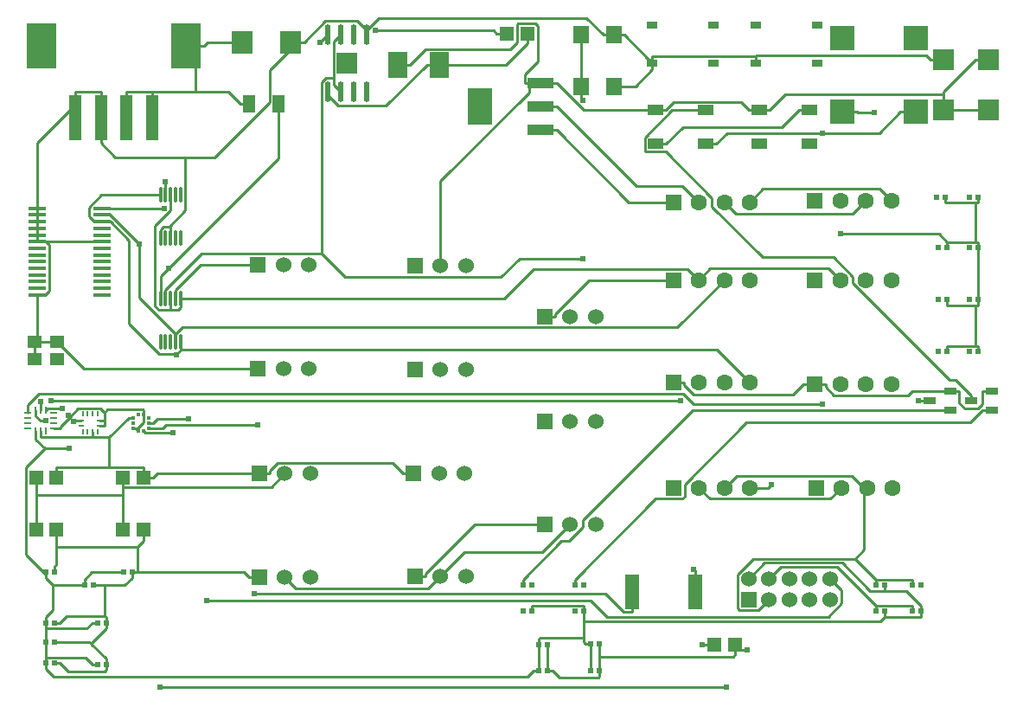
<source format=gtl>
G04 Layer: TopLayer*
G04 EasyEDA v6.5.51, 2026-01-30 13:44:17*
G04 92297e22193845c58655d16a6a8cf733,4a48564a065a4812aa16136ba7ac55d9,10*
G04 Gerber Generator version 0.2*
G04 Scale: 100 percent, Rotated: No, Reflected: No *
G04 Dimensions in millimeters *
G04 leading zeros omitted , absolute positions ,4 integer and 5 decimal *
%FSLAX45Y45*%
%MOMM*%

%AMMACRO1*21,1,$1,$2,0,0,$3*%
%ADD10C,0.2540*%
%ADD11R,2.4000X2.4000*%
%ADD12MACRO1,1.35X1.41X90.0000*%
%ADD13R,0.5000X0.5400*%
%ADD14MACRO1,1.728X1.485X90.0000*%
%ADD15R,1.3000X4.5000*%
%ADD16R,3.0000X4.5000*%
%ADD17R,0.0164X4.5000*%
%ADD18MACRO1,2.1924X2.0475X90.0000*%
%ADD19R,2.0000X2.0000*%
%ADD20MACRO1,1.5011X0.9982X0.0000*%
%ADD21MACRO1,1.4986X0.9982X0.0000*%
%ADD22R,1.2500X0.7000*%
%ADD23MACRO1,0.54X0.5656X90.0000*%
%ADD24MACRO1,3.456X1.2825X90.0000*%
%ADD25R,1.0000X0.7500*%
%ADD26O,1.8034X0.4064*%
%ADD27O,0.28001X1.620012*%
%ADD28R,0.6750X0.2800*%
%ADD29R,0.2800X0.6750*%
%ADD30R,0.5000X0.2800*%
%ADD31R,0.2800X0.5000*%
%ADD32R,0.3000X0.3000*%
%ADD33O,0.573989X2.037994*%
%ADD34MACRO1,2X2X90.0000*%
%ADD35R,2.5000X1.1000*%
%ADD36MACRO1,3.6X2.34X-90.0000*%
%ADD37R,1.1901X1.7280*%
%ADD38MACRO1,1.2X1.4X90.0000*%
%ADD39R,1.4000X1.2000*%
%ADD40MACRO1,1.2X1.4X-90.0000*%
%ADD41R,1.9000X2.5000*%
%ADD42C,1.6000*%
%ADD43R,1.6000X1.6000*%
%ADD44R,1.5240X1.5240*%
%ADD45C,1.5240*%
%ADD46C,0.6096*%

%LPD*%
D10*
X4228315Y13246884D02*
G01*
X4128315Y13246884D01*
X4178302Y13346884D02*
G01*
X4178302Y13296897D01*
X4128315Y13346884D02*
G01*
X4178302Y13346884D01*
X4178302Y13346884D02*
G01*
X4228315Y13346884D01*
X2434313Y11295707D02*
G01*
X3510003Y12371397D01*
X3510003Y12903197D01*
X2434313Y11295707D02*
G01*
X2351102Y11212497D01*
X2351102Y10993295D01*
X6970473Y8127997D02*
G01*
X6970473Y7927235D01*
X6970473Y7927235D02*
G01*
X6885790Y7927235D01*
X6707812Y8105213D01*
X3272640Y8105213D01*
X6408320Y8246463D02*
G01*
X7197778Y9035920D01*
X7463640Y9035920D01*
X7482613Y9054894D01*
X7482613Y9172724D01*
X8090816Y9780927D01*
X10279153Y9780927D01*
X10398127Y9899901D01*
X6408320Y8191497D02*
G01*
X6408320Y8246463D01*
X10488602Y9899901D02*
G01*
X10398127Y9899901D01*
X5900320Y8191497D02*
G01*
X5900320Y8246463D01*
X5900320Y8246463D02*
G01*
X6274716Y8620859D01*
X6348529Y8620859D01*
X6487670Y8760000D01*
X6487670Y8825710D01*
X7561861Y9899901D01*
X10082202Y9899901D01*
X1281254Y9998478D02*
G01*
X7442050Y9998478D01*
X1131089Y9843945D02*
G01*
X1173863Y9801171D01*
X1224688Y9801171D01*
X1131089Y9905641D02*
G01*
X1131089Y9843945D01*
X1391008Y9921491D02*
G01*
X1246939Y9921491D01*
X1231089Y9905641D01*
X8909052Y8253346D02*
G01*
X9019440Y8142958D01*
X9019440Y8013748D01*
X8887284Y7881592D01*
X6724246Y7881592D01*
X6565953Y8039884D01*
X2802892Y8039884D01*
X8833512Y9962614D02*
G01*
X7566510Y9962614D01*
X7464529Y10064595D01*
X1161468Y10064595D01*
X1054889Y9958016D01*
X1054889Y9879403D01*
X1181077Y9988064D02*
G01*
X1181077Y9905641D01*
X7891198Y7194623D02*
G01*
X2349756Y7194623D01*
X9710320Y8246463D02*
G01*
X9710193Y8246590D01*
X9354847Y8246590D01*
X9354720Y8246463D01*
X9354720Y8191497D02*
G01*
X9354720Y8246463D01*
X9710320Y8208871D02*
G01*
X9710320Y8246463D01*
X9710320Y8208871D02*
G01*
X9710320Y8191497D01*
X9256295Y11950697D02*
G01*
X9127060Y11821462D01*
X7988531Y11821462D01*
X7871995Y11937997D01*
X8308850Y8053448D02*
G01*
X8204558Y7949156D01*
X8019138Y7949156D01*
X7999961Y7968333D01*
X7999961Y8296856D01*
X8153859Y8450755D01*
X9150428Y8450755D01*
X9150428Y8450755D02*
G01*
X9354720Y8246463D01*
X9268995Y9143997D02*
G01*
X9237525Y9143997D01*
X7871995Y9143997D02*
G01*
X7990842Y9262844D01*
X9118678Y9262844D01*
X9237525Y9143997D01*
X9237525Y9143997D02*
G01*
X9237525Y8537851D01*
X9150428Y8450755D01*
X2237005Y9778997D02*
G01*
X2279957Y9778997D01*
X2142162Y11525704D02*
G01*
X1854964Y11812902D01*
X1780491Y11812902D01*
X2279957Y9778997D02*
G01*
X2321308Y9820348D01*
X2622323Y9820348D01*
X2401115Y12009295D02*
G01*
X2401115Y12138124D01*
X2401089Y12138124D01*
X1503352Y9794770D02*
G01*
X1512572Y9803991D01*
X1576199Y9803991D01*
X7871995Y11175997D02*
G01*
X7409030Y10713031D01*
X2565631Y10713031D01*
X2501115Y10648515D01*
X2501115Y10571299D02*
G01*
X2501115Y10648515D01*
X2501115Y10648515D02*
G01*
X2142162Y11007468D01*
X2142162Y11525704D01*
X1780491Y11747903D02*
G01*
X1702285Y11747903D01*
X1649249Y11800939D01*
X1649249Y11888696D01*
X1769849Y12009295D01*
X2351102Y12009295D01*
X9710320Y7937497D02*
G01*
X9710320Y7992463D01*
X9354720Y7937497D02*
G01*
X9354720Y7992463D01*
X9710320Y7992463D02*
G01*
X9710193Y7992590D01*
X9354847Y7992590D01*
X9354720Y7992463D01*
X9354720Y7992463D02*
G01*
X8979258Y8367925D01*
X8423429Y8367925D01*
X8308850Y8253346D01*
X9506308Y11950697D02*
G01*
X9390128Y12066877D01*
X8250887Y12066877D01*
X8122008Y11937997D01*
X2551102Y10571299D02*
G01*
X2551102Y10494794D01*
X2551102Y10494794D02*
G01*
X7799910Y10494794D01*
X8122008Y10172697D01*
X2551102Y10494794D02*
G01*
X2511960Y10455653D01*
X2507922Y10455653D01*
X2507922Y10455653D02*
G01*
X2336650Y10455653D01*
X2045185Y10747118D01*
X2045185Y11564515D01*
X1861797Y11747903D01*
X1780491Y11747903D01*
X2507922Y10443664D02*
G01*
X2507922Y10455653D01*
X2183996Y9700994D02*
G01*
X2201191Y9683798D01*
X2474521Y9683798D01*
X8122008Y9143997D02*
G01*
X8298690Y9143997D01*
X8329373Y9174680D01*
X8600163Y12839595D02*
G01*
X8435164Y12674597D01*
X7465087Y12674597D01*
X7300089Y12509599D01*
X8703185Y12839595D02*
G01*
X8600163Y12839595D01*
X7197194Y12509599D02*
G01*
X7300089Y12509599D01*
X7687185Y12839595D02*
G01*
X7362421Y12839595D01*
X7094171Y12571346D01*
X7094171Y12438987D01*
X7101563Y12431595D01*
X7295923Y12431595D01*
X7747002Y11980517D01*
X7747002Y11896112D01*
X8244639Y11398476D01*
X8944231Y11398476D01*
X9131302Y11211405D01*
X9131302Y11144907D01*
X10075776Y10200434D01*
X10134475Y10200434D01*
X10288602Y10046307D01*
X10288602Y9994897D01*
X2267308Y12769110D02*
G01*
X2267308Y13022069D01*
X3221001Y12903197D02*
G01*
X3133524Y12903197D01*
X3154834Y13500097D02*
G01*
X2811249Y13500097D01*
X2780261Y13469109D01*
X2691284Y13469109D02*
G01*
X2691284Y13022069D01*
X2602308Y13469109D02*
G01*
X2691284Y13469109D01*
X2691284Y13469109D02*
G01*
X2780261Y13469109D01*
X3133524Y12903197D02*
G01*
X3014652Y13022069D01*
X2691284Y13022069D01*
X2691284Y13022069D02*
G01*
X2267308Y13022069D01*
X2017295Y13022069D02*
G01*
X2267308Y13022069D01*
X2017295Y12769110D02*
G01*
X2017295Y13022069D01*
X2267308Y12769110D02*
G01*
X2267308Y13022069D01*
X6228463Y12877797D02*
G01*
X7009869Y12096391D01*
X7463614Y12096391D01*
X7622009Y11937997D01*
X6075479Y12877797D02*
G01*
X6228463Y12877797D01*
X2102487Y9728984D02*
G01*
X2106018Y9728984D01*
X2080999Y9728984D02*
G01*
X2102487Y9728984D01*
X2106018Y9728984D02*
G01*
X2123975Y9728984D01*
X2123975Y9728984D02*
G01*
X2183996Y9789005D01*
X2183996Y9857000D01*
X1804164Y9754003D02*
G01*
X1804164Y9803991D01*
X1751205Y9754003D02*
G01*
X1804164Y9754003D01*
X1751205Y9803991D02*
G01*
X1804164Y9803991D01*
X2451102Y10884202D02*
G01*
X2451102Y10993295D01*
X2451102Y10884202D02*
G01*
X2333678Y10884202D01*
X2299743Y10918136D01*
X2299743Y11703936D01*
X2451102Y11855295D01*
X2451102Y12009295D01*
X6494884Y7992463D02*
G01*
X6494757Y7992590D01*
X5987011Y7992590D01*
X5986884Y7992463D01*
X5986884Y7937497D02*
G01*
X5986884Y7992463D01*
X6494884Y7964980D02*
G01*
X6494884Y7992463D01*
X6494884Y7964980D02*
G01*
X6494884Y7937497D01*
X6561990Y7619997D02*
G01*
X6509031Y7619997D01*
X9796884Y7937497D02*
G01*
X9796884Y7992463D01*
X9441284Y7937497D02*
G01*
X9441284Y7882531D01*
X9796884Y7937497D02*
G01*
X9796884Y7882531D01*
X9441284Y8191497D02*
G01*
X9441284Y8136531D01*
X9441284Y8136531D02*
G01*
X9441284Y8136404D01*
X9796884Y7992463D02*
G01*
X9652942Y8136404D01*
X9441284Y8136404D01*
X9441284Y8136404D02*
G01*
X9298383Y8136404D01*
X9024825Y8409962D01*
X8265568Y8409962D01*
X8108952Y8253346D01*
X10355684Y10477497D02*
G01*
X10355684Y10532463D01*
X10050884Y10477497D02*
G01*
X10050884Y10532463D01*
X10050884Y10985497D02*
G01*
X10050884Y10930531D01*
X10330334Y10930404D02*
G01*
X10330334Y10532590D01*
X10355684Y10930531D02*
G01*
X10355557Y10930404D01*
X10330334Y10930404D01*
X10330334Y10930404D02*
G01*
X10051011Y10930404D01*
X10050884Y10930531D01*
X10355684Y10532463D02*
G01*
X10355557Y10532590D01*
X10330334Y10532590D01*
X10330334Y10532590D02*
G01*
X10051011Y10532590D01*
X10050884Y10532463D01*
X10355684Y11493497D02*
G01*
X10355684Y11548463D01*
X10050884Y11493497D02*
G01*
X10050884Y11548463D01*
X10355684Y11988797D02*
G01*
X10355684Y11933831D01*
X10038184Y11988797D02*
G01*
X10038184Y11933831D01*
X10330334Y11933704D02*
G01*
X10330334Y11548590D01*
X10355684Y11933831D02*
G01*
X10355557Y11933704D01*
X10330334Y11933704D01*
X10330334Y11933704D02*
G01*
X10038311Y11933704D01*
X10038184Y11933831D01*
X10355684Y11548463D02*
G01*
X10355557Y11548590D01*
X10330334Y11548590D01*
X10330334Y11548590D02*
G01*
X10051011Y11548590D01*
X10050884Y11548463D01*
X7622009Y9143997D02*
G01*
X7730086Y9035920D01*
X8910932Y9035920D01*
X9019009Y9143997D01*
X6561990Y7353297D02*
G01*
X6561990Y7619997D01*
X6053990Y7607297D02*
G01*
X6053990Y7662263D01*
X6494884Y7675547D02*
G01*
X6067275Y7675547D01*
X6053990Y7662263D01*
X6494884Y7675547D02*
G01*
X6494884Y7634145D01*
X6509031Y7619997D01*
X9441284Y7882531D02*
G01*
X9441411Y7882404D01*
X9796757Y7882404D01*
X9796884Y7882531D01*
X6494884Y7937497D02*
G01*
X6494884Y7839732D01*
X6494884Y7839732D02*
G01*
X6494884Y7675547D01*
X6494884Y7839732D02*
G01*
X9398485Y7839732D01*
X9441284Y7882531D01*
X1735990Y7416797D02*
G01*
X1683031Y7416797D01*
X1227990Y7429497D02*
G01*
X1227990Y7484463D01*
X1735990Y7823197D02*
G01*
X1683031Y7823197D01*
X1228117Y7484590D02*
G01*
X1228117Y7577604D01*
X1227990Y7577731D01*
X1683031Y7416797D02*
G01*
X1615239Y7484590D01*
X1228117Y7484590D01*
X1228117Y7484590D02*
G01*
X1227990Y7484463D01*
X1227990Y7632697D02*
G01*
X1227990Y7605214D01*
X1227990Y7605214D02*
G01*
X1227990Y7577731D01*
X1227990Y7605214D02*
G01*
X1228117Y7605341D01*
X1228117Y7768104D01*
X1683031Y7823197D02*
G01*
X1627939Y7768104D01*
X1228117Y7768104D01*
X1228117Y7768104D02*
G01*
X1227990Y7768231D01*
X1227990Y7795714D02*
G01*
X1227990Y7768231D01*
X1227990Y7795714D02*
G01*
X1227990Y7823197D01*
X1227990Y7823197D02*
G01*
X1227990Y7878163D01*
X1227990Y7878163D02*
G01*
X1300025Y7950197D01*
X1300025Y8191497D01*
X1608990Y8191497D02*
G01*
X1300025Y8191497D01*
X1300025Y8191497D02*
G01*
X1227990Y8263531D01*
X1989990Y8318497D02*
G01*
X1681025Y8318497D01*
X1608990Y8246463D01*
X1608990Y8191497D02*
G01*
X1608990Y8246463D01*
X10050884Y11548463D02*
G01*
X9970823Y11628523D01*
X9006309Y11628523D01*
X2551102Y10993295D02*
G01*
X2551102Y10912929D01*
X2522374Y10884202D01*
X2451102Y10884202D01*
X9006309Y11175997D02*
G01*
X8893863Y11288443D01*
X7734454Y11288443D01*
X7622009Y11175997D01*
X2551102Y10993295D02*
G01*
X5716526Y10993295D01*
X6007305Y11284074D01*
X7513932Y11284074D01*
X7622009Y11175997D01*
X1307289Y9729391D02*
G01*
X1368986Y9729391D01*
X10355684Y10958014D02*
G01*
X10355684Y10930531D01*
X10355684Y10958014D02*
G01*
X10355684Y10985497D01*
X10355684Y10985497D02*
G01*
X10355684Y11493497D01*
X1227990Y7429497D02*
G01*
X1227990Y7374531D01*
X6053990Y7353297D02*
G01*
X6053990Y7607297D01*
X6001031Y7353297D02*
G01*
X5947133Y7299398D01*
X1303124Y7299398D01*
X1227990Y7374531D01*
X6053990Y7353297D02*
G01*
X6001031Y7353297D01*
X1227990Y8318497D02*
G01*
X1227990Y8291014D01*
X1227990Y8291014D02*
G01*
X1227990Y8263531D01*
X1131089Y9703153D02*
G01*
X1131089Y9651997D01*
X2106018Y9728984D02*
G01*
X2134008Y9700994D01*
X2183996Y9857000D02*
G01*
X2183996Y9899952D01*
X1804164Y9879733D02*
G01*
X1833653Y9909223D01*
X2174725Y9909223D01*
X2183996Y9899952D01*
X1804164Y9803991D02*
G01*
X1804164Y9879733D01*
X1804164Y9879733D02*
G01*
X1764337Y9919561D01*
X1545338Y9919561D01*
X1465557Y9839779D01*
X1465557Y9839779D02*
G01*
X1368986Y9743208D01*
X1368986Y9729391D01*
X1465557Y9839779D02*
G01*
X1451815Y9853521D01*
X1227990Y8291014D02*
G01*
X1031191Y8487813D01*
X1031191Y9342168D01*
X1218008Y9528985D01*
X1131089Y9651997D02*
G01*
X1131089Y9615904D01*
X1218008Y9528985D01*
X1218008Y9528985D02*
G01*
X1453111Y9528985D01*
X6470144Y13576297D02*
G01*
X6470144Y13068297D01*
X7570193Y8349206D02*
G01*
X7583731Y8335667D01*
X7583731Y8127997D01*
X6470144Y13068297D02*
G01*
X6470144Y12950873D01*
X6487060Y12933956D01*
X7774002Y7607297D02*
G01*
X7656197Y7607297D01*
X2401115Y10993295D02*
G01*
X2401115Y11078563D01*
X2755242Y11432689D01*
X3927985Y11432689D01*
X3927985Y11432689D02*
G01*
X3927985Y13114246D01*
X3968904Y13155165D01*
X4050210Y13155165D01*
X4114802Y13019986D02*
G01*
X4050210Y13084578D01*
X4050210Y13155165D01*
X4050210Y13155165D02*
G01*
X4050210Y13509216D01*
X4114802Y13573808D01*
X3927985Y11432689D02*
G01*
X4154401Y11206274D01*
X5682719Y11206274D01*
X5865649Y11389205D01*
X6487060Y11389205D01*
X5742002Y13588997D02*
G01*
X5643526Y13588997D01*
X5643526Y13588997D02*
G01*
X5612005Y13620518D01*
X4452546Y13620518D01*
X3987802Y13573808D02*
G01*
X3911577Y13497582D01*
X5942002Y13588997D02*
G01*
X5942002Y13493544D01*
X5942002Y13493544D02*
G01*
X5732655Y13284197D01*
X5081805Y13284197D01*
X4958844Y13284197D02*
G01*
X4554374Y12879727D01*
X4089351Y12879727D01*
X3987802Y12981277D01*
X3987802Y13019986D01*
X5081805Y13284197D02*
G01*
X4958844Y13284197D01*
X6362677Y8788397D02*
G01*
X6085867Y8511588D01*
X5323867Y8511588D01*
X5092677Y8280397D01*
X5092677Y8280397D02*
G01*
X4971011Y8158731D01*
X3677643Y8158731D01*
X3568677Y8267697D01*
X1982802Y9245597D02*
G01*
X1982802Y9150144D01*
X8110298Y12839595D02*
G01*
X8032295Y12917599D01*
X7378092Y12917599D01*
X7300089Y12839595D01*
X7197194Y12839595D02*
G01*
X7300089Y12839595D01*
X8161759Y12839595D02*
G01*
X8110298Y12839595D01*
X10456191Y12839697D02*
G01*
X10328226Y12839697D01*
X10016213Y12839697D02*
G01*
X10328226Y12839697D01*
X10456191Y13334997D02*
G01*
X10328226Y13334997D01*
X10016213Y12839697D02*
G01*
X10016213Y12967662D01*
X3568677Y9283697D02*
G01*
X3434996Y9150017D01*
X1982929Y9150017D01*
X1982929Y9150017D02*
G01*
X1982802Y9150144D01*
X1982802Y8737597D02*
G01*
X1982802Y8833076D01*
X1131902Y8737597D02*
G01*
X1131902Y9070820D01*
X1131902Y9070820D02*
G01*
X1131902Y9245597D01*
X1982802Y8833076D02*
G01*
X1982802Y9070820D01*
X1982929Y9150017D02*
G01*
X1982929Y9070947D01*
X1982802Y9070820D01*
X1982802Y9070820D02*
G01*
X1131902Y9070820D01*
X5998999Y13107794D02*
G01*
X6075479Y13107794D01*
X6228463Y13107794D02*
G01*
X6496662Y12839595D01*
X7197194Y12839595D01*
X6075479Y13107794D02*
G01*
X6228463Y13107794D01*
X1780491Y11877901D02*
G01*
X2389634Y11877901D01*
X8161759Y12839595D02*
G01*
X8213194Y12839595D01*
X8316089Y12839595D02*
G01*
X8466178Y12989684D01*
X10016213Y12989684D01*
X10328226Y13334997D02*
G01*
X10016213Y13022983D01*
X10016213Y12989684D01*
X10016213Y12989684D02*
G01*
X10016213Y12967662D01*
X8213194Y12839595D02*
G01*
X8316089Y12839595D01*
X5998999Y13107794D02*
G01*
X5960772Y13107794D01*
X5960772Y13107794D02*
G01*
X5960772Y13013357D01*
X5092677Y12145261D01*
X5092677Y11315697D01*
X4794760Y13284197D02*
G01*
X4947820Y13437257D01*
X5774286Y13437257D01*
X5840580Y13503551D01*
X5840580Y13677033D01*
X5848123Y13684577D01*
X6024145Y13684577D01*
X6049799Y13658923D01*
X6049799Y13318030D01*
X5922520Y13190750D01*
X5922520Y13107794D01*
X4671799Y13284197D02*
G01*
X4794760Y13284197D01*
X6075479Y13107794D02*
G01*
X5922520Y13107794D01*
X6228463Y12647800D02*
G01*
X6938266Y11937997D01*
X7371996Y11937997D01*
X6075479Y12647800D02*
G01*
X6228463Y12647800D01*
X1688696Y9691494D02*
G01*
X1688696Y9638535D01*
X2501115Y10993295D02*
G01*
X2501115Y11083389D01*
X2746123Y11328397D01*
X3305990Y11328397D01*
X1140513Y10575211D02*
G01*
X1140513Y11032893D01*
X1140513Y11032893D02*
G01*
X1219532Y11032893D01*
X1261645Y11075007D01*
X1261645Y11518313D01*
X1227051Y11552908D01*
X1183794Y11552908D01*
X1780491Y11552908D02*
G01*
X1183794Y11552908D01*
X1183794Y11552908D02*
G01*
X1140513Y11552908D01*
X1140513Y11552908D02*
G01*
X1140513Y11617906D01*
X1140513Y11617906D02*
G01*
X1140513Y11682905D01*
X1140513Y11682905D02*
G01*
X1140513Y11747903D01*
X1140513Y11747903D02*
G01*
X1140513Y11812927D01*
X1140513Y11812927D02*
G01*
X1140513Y11877926D01*
X1140513Y10575211D02*
G01*
X1341909Y10575211D01*
X1341909Y10575211D02*
G01*
X1604723Y10312397D01*
X3305990Y10312397D01*
X8183603Y13367865D02*
G01*
X8183476Y13367992D01*
X7167730Y13367992D01*
X7167603Y13367865D01*
X8183603Y13302409D02*
G01*
X8183603Y13367865D01*
X7167603Y13302409D02*
G01*
X7167603Y13335149D01*
X7167603Y13335149D02*
G01*
X7167603Y13367865D01*
X7167603Y13335149D02*
G01*
X7132017Y13335149D01*
X6890870Y13576297D01*
X6788660Y13576297D02*
G01*
X6890870Y13576297D01*
X6216855Y10820397D02*
G01*
X6216855Y10846432D01*
X6546420Y11175997D01*
X7371996Y11175997D01*
X6112690Y10820397D02*
G01*
X6216855Y10820397D01*
X4725824Y9283697D02*
G01*
X4620795Y9388726D01*
X3501849Y9388726D01*
X3422855Y9309732D01*
X3422855Y9283697D01*
X4829990Y9283697D02*
G01*
X4725824Y9283697D01*
X3370785Y9283697D02*
G01*
X3422855Y9283697D01*
X3370785Y9283697D02*
G01*
X3318690Y9283697D01*
X3318690Y9283697D02*
G01*
X2319378Y9283697D01*
X2281278Y9245597D01*
X2182802Y9245597D02*
G01*
X2281278Y9245597D01*
X10488602Y10089893D02*
G01*
X10398127Y10089893D01*
X10398127Y10089893D02*
G01*
X10398127Y9960124D01*
X10359443Y9921440D01*
X10224772Y9921440D01*
X10172677Y9973536D01*
X10172677Y10089893D01*
X8648346Y10159997D02*
G01*
X8545502Y10057152D01*
X7568516Y10057152D01*
X7479972Y10145697D01*
X7479972Y10172697D01*
X8756296Y10159997D02*
G01*
X8648346Y10159997D01*
X7371996Y10172697D02*
G01*
X7479972Y10172697D01*
X6112690Y8788397D02*
G01*
X5428820Y8788397D01*
X4946855Y8306432D01*
X4946855Y8280397D01*
X4842690Y8280397D02*
G01*
X4946855Y8280397D01*
X7687185Y12509599D02*
G01*
X7790207Y12509599D01*
X9745271Y12822603D02*
G01*
X9597316Y12822603D01*
X9888247Y13334997D02*
G01*
X9849030Y13374215D01*
X8189953Y13374215D01*
X8183603Y13367865D01*
X1517296Y13022069D02*
G01*
X1767309Y13022069D01*
X1767309Y12769110D02*
G01*
X1767309Y13022069D01*
X1517296Y12769110D02*
G01*
X1517296Y12895602D01*
X1517296Y12895602D02*
G01*
X1517296Y13022069D01*
X1517296Y12895602D02*
G01*
X1140513Y12518819D01*
X1140513Y11877926D01*
X7167603Y13302409D02*
G01*
X7167603Y13236928D01*
X10016213Y13334997D02*
G01*
X9888247Y13334997D01*
X6138014Y7353297D02*
G01*
X6138014Y7607297D01*
X6646014Y7298331D02*
G01*
X6636539Y7288857D01*
X6255412Y7288857D01*
X6190973Y7353297D01*
X6646014Y7353297D02*
G01*
X6646014Y7298331D01*
X6138014Y7353297D02*
G01*
X6190973Y7353297D01*
X6646014Y7494572D02*
G01*
X7956730Y7494572D01*
X7974002Y7511844D01*
X6646014Y7619997D02*
G01*
X6646014Y7494572D01*
X6646014Y7494572D02*
G01*
X6646014Y7353297D01*
X1820014Y7361831D02*
G01*
X1806272Y7348090D01*
X1446380Y7348090D01*
X1364973Y7429497D01*
X1312014Y7429497D02*
G01*
X1364973Y7429497D01*
X1312014Y7823197D02*
G01*
X1364973Y7823197D01*
X1820014Y7389314D02*
G01*
X1820014Y7361831D01*
X1820014Y7389314D02*
G01*
X1820014Y7416797D01*
X1820014Y7416797D02*
G01*
X1820014Y7471763D01*
X1820014Y7840571D02*
G01*
X1820014Y7878163D01*
X1820014Y7840571D02*
G01*
X1820014Y7823197D01*
X1820014Y7823197D02*
G01*
X1820014Y7768231D01*
X2074014Y8318497D02*
G01*
X2074014Y8263531D01*
X1820014Y7878163D02*
G01*
X1806247Y7891929D01*
X1806247Y7891929D02*
G01*
X1433705Y7891929D01*
X1364973Y7823197D01*
X1806247Y8191497D02*
G01*
X1806247Y7891929D01*
X1693014Y8191497D02*
G01*
X1806247Y8191497D01*
X1806247Y8191497D02*
G01*
X2001979Y8191497D01*
X2074014Y8263531D01*
X1312014Y8318497D02*
G01*
X1312014Y8373463D01*
X7974002Y7607297D02*
G01*
X7974002Y7559570D01*
X7974002Y7559570D02*
G01*
X7974002Y7511844D01*
X7974002Y7559570D02*
G01*
X8091528Y7559570D01*
X1820014Y7768231D02*
G01*
X1671779Y7619997D01*
X1820014Y7471763D02*
G01*
X1671779Y7619997D01*
X1671779Y7619997D02*
G01*
X1659079Y7632697D01*
X1312014Y7632697D01*
X2074014Y8318497D02*
G01*
X2126973Y8318497D01*
X1312014Y8373463D02*
G01*
X1331902Y8393351D01*
X1331902Y8565487D01*
X1331902Y8565487D02*
G01*
X1331902Y8737597D01*
X1331902Y8565487D02*
G01*
X2126973Y8565487D01*
X2126973Y8565487D02*
G01*
X2182802Y8621316D01*
X2182802Y8737597D01*
X1331902Y9245597D02*
G01*
X1331902Y9341076D01*
X2182802Y9245597D02*
G01*
X2182802Y9341076D01*
X7167603Y13236928D02*
G01*
X6998972Y13068297D01*
X6788660Y13068297D01*
X2080999Y9828984D02*
G01*
X2038047Y9828984D01*
X1767309Y12769110D02*
G01*
X1767309Y12516152D01*
X2451102Y11587299D02*
G01*
X2451102Y11685191D01*
X2437081Y11699212D01*
X2437081Y11699212D02*
G01*
X2379601Y11699212D01*
X2351102Y11670713D01*
X2351102Y11587299D01*
X10119819Y10089893D02*
G01*
X10172677Y10089893D01*
X10119819Y10089893D02*
G01*
X10082202Y10089893D01*
X8756296Y10159997D02*
G01*
X8864272Y10159997D01*
X6788660Y13576297D02*
G01*
X6686450Y13576297D01*
X4368802Y13621560D02*
G01*
X4486277Y13739035D01*
X6523713Y13739035D01*
X6686450Y13576297D01*
X4368802Y13573808D02*
G01*
X4368802Y13621560D01*
X4368802Y13621560D02*
G01*
X4279978Y13710384D01*
X3967609Y13710384D01*
X3757322Y13500097D01*
X2126973Y8565487D02*
G01*
X2126973Y8318497D01*
X3318690Y8267697D02*
G01*
X3214524Y8267697D01*
X2126973Y8318497D02*
G01*
X3163724Y8318497D01*
X3214524Y8267697D01*
X3626970Y13500097D02*
G01*
X3692146Y13500097D01*
X3692146Y13500097D02*
G01*
X3757322Y13500097D01*
X2437081Y11699212D02*
G01*
X2593190Y11855320D01*
X2593190Y12379246D01*
X3692146Y13500097D02*
G01*
X3422398Y13230349D01*
X3422398Y12918437D01*
X2883207Y12379246D01*
X2593190Y12379246D01*
X2593190Y12379246D02*
G01*
X1904215Y12379246D01*
X1767309Y12516152D01*
X2038047Y9828984D02*
G01*
X1847471Y9638408D01*
X1847471Y9638408D02*
G01*
X1847471Y9341203D01*
X1331902Y9341076D02*
G01*
X1332029Y9341203D01*
X1847471Y9341203D01*
X1847471Y9341203D02*
G01*
X2182675Y9341203D01*
X2182802Y9341076D01*
X10082202Y10089893D02*
G01*
X9708695Y10089893D01*
X9670036Y10051234D01*
X8946034Y10051234D01*
X8864272Y10132997D01*
X8864272Y10159997D01*
X7790207Y12509599D02*
G01*
X7897014Y12616406D01*
X8827721Y12616406D01*
X8827721Y12616406D02*
G01*
X9391119Y12616406D01*
X9597316Y12822603D01*
X2237005Y9728984D02*
G01*
X2369441Y9728984D01*
X2401470Y9761014D01*
X3305990Y9761014D01*
X1181077Y9703153D02*
G01*
X1181077Y9641431D01*
X1688696Y9638535D02*
G01*
X1687807Y9637646D01*
X1184861Y9637646D01*
X1181077Y9641431D01*
X1688696Y9638535D02*
G01*
X1688823Y9638408D01*
X1847471Y9638408D01*
X1121895Y10575211D02*
G01*
X1140513Y10575211D01*
X1121895Y10575211D02*
G01*
X1121895Y10405209D01*
X9343189Y12815415D02*
G01*
X9180476Y12815415D01*
X9173288Y12822603D01*
X9025308Y12822603D02*
G01*
X9173288Y12822603D01*
X9882202Y9994897D02*
G01*
X9771992Y9994897D01*
D11*
G01*
X9025318Y12822605D03*
G01*
X9745281Y12822605D03*
G01*
X9745256Y13542568D03*
G01*
X9025318Y13542594D03*
D12*
G01*
X1331902Y9245600D03*
G01*
X1131897Y9245600D03*
G01*
X2182802Y9245600D03*
G01*
X1982797Y9245600D03*
G01*
X1331902Y8737600D03*
G01*
X1131897Y8737600D03*
G01*
X2182802Y8737600D03*
G01*
X1982797Y8737600D03*
G01*
X5942002Y13589000D03*
G01*
X5741997Y13589000D03*
G01*
X7974002Y7607300D03*
G01*
X7773997Y7607300D03*
D13*
G01*
X1312011Y8318500D03*
G01*
X1227988Y8318500D03*
G01*
X2074011Y8318500D03*
G01*
X1989988Y8318500D03*
G01*
X1693011Y8191500D03*
G01*
X1608988Y8191500D03*
G01*
X1312011Y7823200D03*
G01*
X1227988Y7823200D03*
G01*
X1312011Y7632700D03*
G01*
X1227988Y7632700D03*
G01*
X1312011Y7429500D03*
G01*
X1227988Y7429500D03*
G01*
X1820011Y7823200D03*
G01*
X1735988Y7823200D03*
G01*
X1820011Y7416800D03*
G01*
X1735988Y7416800D03*
G01*
X6138011Y7607300D03*
G01*
X6053988Y7607300D03*
G01*
X6646011Y7620000D03*
G01*
X6561988Y7620000D03*
G01*
X6138011Y7353300D03*
G01*
X6053988Y7353300D03*
G01*
X6646011Y7353300D03*
G01*
X6561988Y7353300D03*
D14*
G01*
X6788650Y13576300D03*
G01*
X6470149Y13576300D03*
G01*
X6788650Y13068300D03*
G01*
X6470149Y13068300D03*
D15*
G01*
X2267305Y12769100D03*
G01*
X2017293Y12769100D03*
G01*
X1767306Y12769100D03*
G01*
X1517294Y12769100D03*
D16*
G01*
X1182293Y13469099D03*
G01*
X2602306Y13469099D03*
D18*
G01*
X3626975Y13500100D03*
G01*
X3154824Y13500100D03*
D19*
G01*
X10456189Y13335000D03*
G01*
X10016210Y13335000D03*
G01*
X10456189Y12839700D03*
G01*
X10016210Y12839700D03*
D20*
G01*
X7687205Y12839595D03*
G01*
X7687205Y12509593D03*
D21*
G01*
X7197204Y12509593D03*
G01*
X7197204Y12839595D03*
D20*
G01*
X8703205Y12839595D03*
G01*
X8703205Y12509593D03*
D21*
G01*
X8213204Y12509593D03*
G01*
X8213204Y12839595D03*
D22*
G01*
X10082199Y9899904D03*
G01*
X10082199Y10089895D03*
G01*
X9882200Y9994900D03*
G01*
X10488599Y9899904D03*
G01*
X10488599Y10089895D03*
G01*
X10288600Y9994900D03*
D23*
G01*
X10038182Y11988800D03*
G01*
X9951617Y11988800D03*
G01*
X10355682Y11988800D03*
G01*
X10269117Y11988800D03*
G01*
X10050882Y11493500D03*
G01*
X9964317Y11493500D03*
G01*
X10355682Y11493500D03*
G01*
X10269117Y11493500D03*
G01*
X10050882Y10985500D03*
G01*
X9964317Y10985500D03*
G01*
X10355682Y10985500D03*
G01*
X10269117Y10985500D03*
G01*
X10050882Y10477500D03*
G01*
X9964317Y10477500D03*
G01*
X10355682Y10477500D03*
G01*
X10269117Y10477500D03*
G01*
X9441282Y8191500D03*
G01*
X9354717Y8191500D03*
G01*
X9441282Y7937500D03*
G01*
X9354717Y7937500D03*
G01*
X9796882Y8191500D03*
G01*
X9710317Y8191500D03*
G01*
X9796882Y7937500D03*
G01*
X9710317Y7937500D03*
G01*
X5986882Y8191500D03*
G01*
X5900317Y8191500D03*
G01*
X6494882Y8191500D03*
G01*
X6408317Y8191500D03*
G01*
X5986882Y7937500D03*
G01*
X5900317Y7937500D03*
G01*
X6494882Y7937500D03*
G01*
X6408317Y7937500D03*
D24*
G01*
X7583726Y8128000D03*
G01*
X6970473Y8128000D03*
D25*
G01*
X7167600Y13672388D03*
G01*
X7767599Y13672388D03*
G01*
X7167600Y13302411D03*
G01*
X7767599Y13302411D03*
G01*
X8183600Y13672388D03*
G01*
X8783599Y13672388D03*
G01*
X8183600Y13302411D03*
G01*
X8783599Y13302411D03*
D26*
G01*
X1140510Y11877916D03*
G01*
X1140510Y11812917D03*
G01*
X1140510Y11747893D03*
G01*
X1140510Y11682895D03*
G01*
X1140510Y11617896D03*
G01*
X1140510Y11552897D03*
G01*
X1140510Y11487899D03*
G01*
X1140510Y11422900D03*
G01*
X1140510Y11357902D03*
G01*
X1140510Y11292903D03*
G01*
X1140510Y11227904D03*
G01*
X1140510Y11162906D03*
G01*
X1140510Y11097907D03*
G01*
X1140510Y11032883D03*
G01*
X1780489Y11032883D03*
G01*
X1780489Y11097907D03*
G01*
X1780489Y11162906D03*
G01*
X1780489Y11227904D03*
G01*
X1780489Y11292903D03*
G01*
X1780489Y11357902D03*
G01*
X1780489Y11422900D03*
G01*
X1780489Y11487899D03*
G01*
X1780489Y11552897D03*
G01*
X1780489Y11617896D03*
G01*
X1780489Y11682895D03*
G01*
X1780489Y11747893D03*
G01*
X1780489Y11812892D03*
G01*
X1780489Y11877890D03*
D27*
G01*
X2351100Y11587302D03*
G01*
X2401112Y11587302D03*
G01*
X2451100Y11587302D03*
G01*
X2501112Y11587302D03*
G01*
X2551099Y11587302D03*
G01*
X2351100Y12009297D03*
G01*
X2401112Y12009297D03*
G01*
X2451100Y12009297D03*
G01*
X2501112Y12009297D03*
G01*
X2551099Y12009297D03*
G01*
X2351100Y10571302D03*
G01*
X2401112Y10571302D03*
G01*
X2451100Y10571302D03*
G01*
X2501112Y10571302D03*
G01*
X2551099Y10571302D03*
G01*
X2351100Y10993297D03*
G01*
X2401112Y10993297D03*
G01*
X2451100Y10993297D03*
G01*
X2501112Y10993297D03*
G01*
X2551099Y10993297D03*
D28*
G01*
X1054900Y9879406D03*
G01*
X1054900Y9829393D03*
G01*
X1054900Y9779406D03*
G01*
X1054900Y9729393D03*
D29*
G01*
X1131100Y9703155D03*
G01*
X1181087Y9703155D03*
G01*
X1231099Y9703155D03*
D28*
G01*
X1307299Y9729393D03*
G01*
X1307299Y9779406D03*
G01*
X1307299Y9829393D03*
G01*
X1307299Y9879406D03*
D29*
G01*
X1231099Y9905644D03*
G01*
X1181087Y9905644D03*
G01*
X1131100Y9905644D03*
D30*
G01*
X1576196Y9754006D03*
G01*
X1576196Y9803993D03*
D31*
G01*
X1588693Y9866503D03*
G01*
X1638706Y9866503D03*
G01*
X1688693Y9866503D03*
G01*
X1738706Y9866503D03*
D30*
G01*
X1751203Y9803993D03*
G01*
X1751203Y9754006D03*
D31*
G01*
X1738706Y9691496D03*
G01*
X1688693Y9691496D03*
G01*
X1638706Y9691496D03*
G01*
X1588693Y9691496D03*
D32*
G01*
X2237003Y9828987D03*
G01*
X2237003Y9779000D03*
G01*
X2237003Y9728987D03*
G01*
X2183993Y9700996D03*
G01*
X2134006Y9700996D03*
G01*
X2080996Y9728987D03*
G01*
X2080996Y9779000D03*
G01*
X2080996Y9828987D03*
G01*
X2134006Y9857003D03*
G01*
X2183993Y9857003D03*
D33*
G01*
X3987800Y13019989D03*
G01*
X4114800Y13019989D03*
G01*
X4241800Y13019989D03*
G01*
X4368800Y13019989D03*
G01*
X3987800Y13573810D03*
G01*
X4114800Y13573810D03*
G01*
X4241800Y13573810D03*
G01*
X4368800Y13573810D03*
D34*
G01*
X4178300Y13296900D03*
D35*
G01*
X6075481Y12647803D03*
G01*
X6075481Y12877800D03*
G01*
X6075481Y13107796D03*
D36*
G01*
X5481497Y12877800D03*
D37*
G01*
X3220999Y12903200D03*
G01*
X3510000Y12903200D03*
D38*
G01*
X1121900Y10405211D03*
G01*
X1341899Y10405211D03*
D39*
G01*
X1341907Y10575201D03*
D40*
G01*
X1121900Y10575213D03*
D41*
G01*
X5081803Y13284200D03*
G01*
X4671796Y13284200D03*
D42*
G01*
X8122005Y11938000D03*
G01*
X7871993Y11938000D03*
G01*
X7622006Y11938000D03*
D43*
G01*
X7371994Y11938000D03*
D42*
G01*
X8122005Y11176000D03*
G01*
X7871993Y11176000D03*
G01*
X7622006Y11176000D03*
D43*
G01*
X7371994Y11176000D03*
D42*
G01*
X8122005Y10172700D03*
G01*
X7871993Y10172700D03*
G01*
X7622006Y10172700D03*
D43*
G01*
X7371994Y10172700D03*
D42*
G01*
X8122005Y9144000D03*
G01*
X7871993Y9144000D03*
G01*
X7622006Y9144000D03*
D43*
G01*
X7371994Y9144000D03*
D42*
G01*
X9506305Y11950700D03*
G01*
X9256293Y11950700D03*
G01*
X9006306Y11950700D03*
D43*
G01*
X8756294Y11950700D03*
D42*
G01*
X9506305Y11176000D03*
G01*
X9256293Y11176000D03*
G01*
X9006306Y11176000D03*
D43*
G01*
X8756294Y11176000D03*
D42*
G01*
X9506305Y10160000D03*
G01*
X9256293Y10160000D03*
G01*
X9006306Y10160000D03*
D43*
G01*
X8756294Y10160000D03*
D42*
G01*
X9519005Y9144000D03*
G01*
X9268993Y9144000D03*
G01*
X9019006Y9144000D03*
D43*
G01*
X8768994Y9144000D03*
D44*
G01*
X8108950Y8053451D03*
D45*
G01*
X8308847Y8053451D03*
G01*
X8509000Y8053451D03*
G01*
X8708897Y8053451D03*
G01*
X8909050Y8053451D03*
G01*
X8909050Y8253348D03*
G01*
X8708897Y8253348D03*
G01*
X8509000Y8253348D03*
G01*
X8308847Y8253348D03*
G01*
X8108950Y8253348D03*
D44*
G01*
X3306000Y11328400D03*
D45*
G01*
X3555987Y11328400D03*
G01*
X3805999Y11328400D03*
D44*
G01*
X3306000Y10312400D03*
D45*
G01*
X3555987Y10312400D03*
G01*
X3805999Y10312400D03*
D44*
G01*
X3318700Y9283700D03*
D45*
G01*
X3568687Y9283700D03*
G01*
X3818699Y9283700D03*
D44*
G01*
X3318700Y8267700D03*
D45*
G01*
X3568687Y8267700D03*
G01*
X3818699Y8267700D03*
D44*
G01*
X4842700Y11315700D03*
D45*
G01*
X5092687Y11315700D03*
G01*
X5342699Y11315700D03*
D44*
G01*
X4842700Y10299700D03*
D45*
G01*
X5092687Y10299700D03*
G01*
X5342699Y10299700D03*
D44*
G01*
X4830000Y9283700D03*
D45*
G01*
X5079987Y9283700D03*
G01*
X5329999Y9283700D03*
D44*
G01*
X4842700Y8280400D03*
D45*
G01*
X5092687Y8280400D03*
G01*
X5342699Y8280400D03*
D44*
G01*
X6112700Y10820400D03*
D45*
G01*
X6362687Y10820400D03*
G01*
X6612699Y10820400D03*
D44*
G01*
X6112700Y9791700D03*
D45*
G01*
X6362687Y9791700D03*
G01*
X6612699Y9791700D03*
D44*
G01*
X6112700Y8788400D03*
D45*
G01*
X6362687Y8788400D03*
G01*
X6612699Y8788400D03*
D46*
G01*
X4228312Y13346887D03*
G01*
X4128312Y13346887D03*
G01*
X4128312Y13246887D03*
G01*
X4228312Y13246887D03*
G01*
X9343189Y12815415D03*
G01*
X9771992Y9994897D03*
G01*
X3305990Y9761014D03*
G01*
X8827721Y12616406D03*
G01*
X8091528Y7559570D03*
G01*
X2389634Y11877901D03*
G01*
X4452546Y13620518D03*
G01*
X3911577Y13497582D03*
G01*
X6487060Y11389205D03*
G01*
X7656197Y7607297D03*
G01*
X7570193Y8349206D03*
G01*
X6487060Y12933956D03*
G01*
X1451815Y9853521D03*
G01*
X1453111Y9528985D03*
G01*
X9006309Y11628523D03*
G01*
X2507922Y10443664D03*
G01*
X2474521Y9683798D03*
G01*
X8329373Y9174680D03*
G01*
X1503352Y9794770D03*
G01*
X2401089Y12138124D03*
G01*
X2142162Y11525704D03*
G01*
X2622323Y9820348D03*
G01*
X1181077Y9988064D03*
G01*
X2349756Y7194623D03*
G01*
X7891198Y7194623D03*
G01*
X8833512Y9962614D03*
G01*
X1391008Y9921491D03*
G01*
X2802892Y8039884D03*
G01*
X7442050Y9998478D03*
G01*
X1281254Y9998478D03*
G01*
X1224688Y9801171D03*
G01*
X2434313Y11295707D03*
G01*
X3272640Y8105213D03*
M02*

</source>
